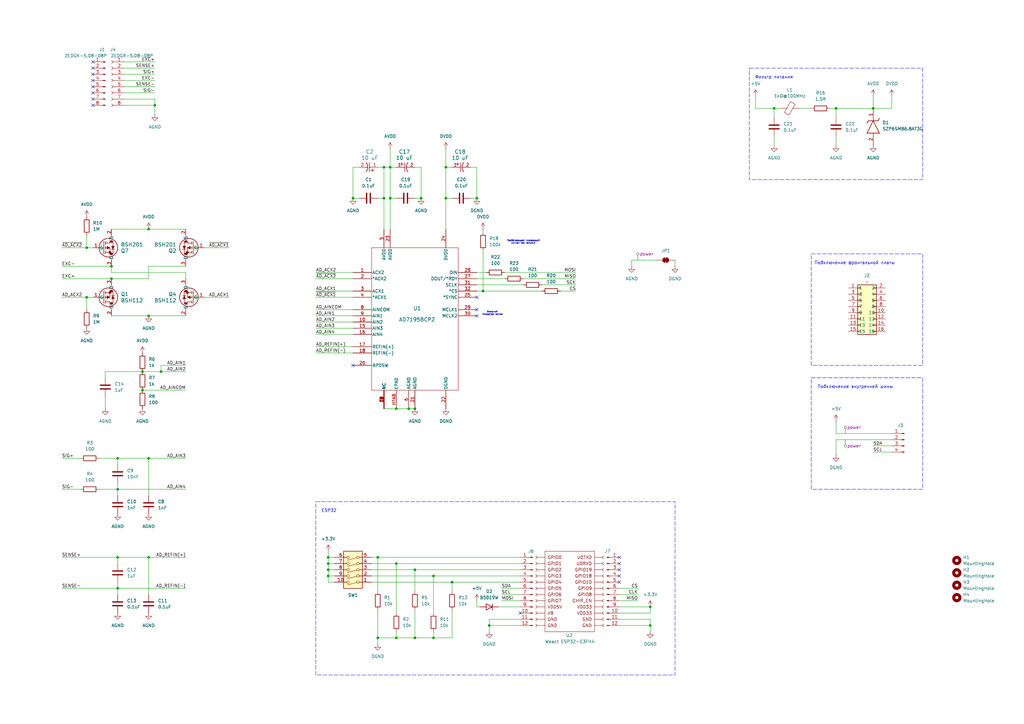
<source format=kicad_sch>
(kicad_sch (version 20231120) (generator "eeschema") (generator_version "8.0")
  (paper "A3")
  (junction (at 134.62 233.68))
  (junction (at 63.5 43.18))
  (junction (at 170.18 233.68))
  (junction (at 185.42 238.76))
  (junction (at 182.88 68.58))
  (junction (at 48.26 200.66))
  (junction (at 60.96 129.54))
  (junction (at 177.8 236.22))
  (junction (at 45.72 109.22))
  (junction (at 48.26 187.96))
  (junction (at 157.48 81.28))
  (junction (at 58.42 160.02))
  (junction (at 200.66 256.54))
  (junction (at 157.48 68.58))
  (junction (at 154.94 261.62))
  (junction (at 195.58 81.28))
  (junction (at 48.26 241.3))
  (junction (at 134.62 228.6))
  (junction (at 160.02 81.28))
  (junction (at 170.18 261.62))
  (junction (at 160.02 68.58))
  (junction (at 266.7 248.92))
  (junction (at 45.72 114.3))
  (junction (at 144.78 81.28))
  (junction (at 60.96 187.96))
  (junction (at 172.72 81.28))
  (junction (at 170.18 167.64))
  (junction (at 198.12 119.38))
  (junction (at 266.7 256.54))
  (junction (at 48.26 228.6))
  (junction (at 134.62 236.22))
  (junction (at 60.96 228.6))
  (junction (at 342.9 44.45))
  (junction (at 177.8 261.62))
  (junction (at 154.94 228.6))
  (junction (at 182.88 81.28))
  (junction (at 317.5 44.45))
  (junction (at 35.56 101.6))
  (junction (at 66.04 152.4))
  (junction (at 162.56 231.14))
  (junction (at 162.56 261.62))
  (junction (at 35.56 121.92))
  (junction (at 167.64 167.64))
  (junction (at 134.62 231.14))
  (junction (at 162.56 167.64))
  (junction (at 358.14 44.45))
  (junction (at 60.96 93.98))
  (junction (at 58.42 152.4))
  (no_connect (at 38.1 35.56))
  (no_connect (at 254 233.68))
  (no_connect (at 213.36 251.46))
  (no_connect (at 38.1 30.48))
  (no_connect (at 254 228.6))
  (no_connect (at 195.58 121.92))
  (no_connect (at 144.78 149.86))
  (no_connect (at 38.1 40.64))
  (no_connect (at 38.1 33.02))
  (no_connect (at 38.1 38.1))
  (no_connect (at 254 236.22))
  (no_connect (at 38.1 25.4))
  (no_connect (at 38.1 43.18))
  (no_connect (at 195.58 129.54))
  (no_connect (at 254 238.76))
  (no_connect (at 195.58 127))
  (no_connect (at 38.1 27.94))
  (no_connect (at 254 231.14))
  (wire (pts (xy 76.2 149.86) (xy 66.04 149.86)))
  (wire (pts (xy 170.18 81.28) (xy 172.72 81.28)))
  (wire (pts (xy 254 256.54) (xy 266.7 256.54)))
  (wire (pts (xy 365.76 44.45) (xy 358.14 44.45)))
  (wire (pts (xy 83.82 101.6) (xy 93.98 101.6)))
  (wire (pts (xy 137.16 231.14) (xy 134.62 231.14)))
  (wire (pts (xy 160.02 81.28) (xy 162.56 81.28)))
  (wire (pts (xy 157.48 68.58) (xy 160.02 68.58)))
  (wire (pts (xy 66.04 149.86) (xy 66.04 152.4)))
  (wire (pts (xy 182.88 81.28) (xy 182.88 93.98)))
  (wire (pts (xy 152.4 228.6) (xy 154.94 228.6)))
  (wire (pts (xy 60.96 109.22) (xy 76.2 109.22)))
  (wire (pts (xy 40.64 200.66) (xy 48.26 200.66)))
  (wire (pts (xy 154.94 250.19) (xy 154.94 261.62)))
  (wire (pts (xy 50.8 40.64) (xy 63.5 40.64)))
  (wire (pts (xy 254 251.46) (xy 266.7 251.46)))
  (wire (pts (xy 193.04 68.58) (xy 195.58 68.58)))
  (wire (pts (xy 134.62 228.6) (xy 134.62 231.14)))
  (wire (pts (xy 50.8 38.1) (xy 63.5 38.1)))
  (wire (pts (xy 129.54 144.78) (xy 144.78 144.78)))
  (wire (pts (xy 154.94 261.62) (xy 154.94 264.16)))
  (wire (pts (xy 200.66 256.54) (xy 213.36 256.54)))
  (wire (pts (xy 198.12 119.38) (xy 222.25 119.38)))
  (wire (pts (xy 254 246.38) (xy 261.62 246.38)))
  (wire (pts (xy 134.62 236.22) (xy 134.62 238.76)))
  (wire (pts (xy 154.94 81.28) (xy 157.48 81.28)))
  (wire (pts (xy 160.02 81.28) (xy 160.02 93.98)))
  (wire (pts (xy 254 243.84) (xy 261.62 243.84)))
  (wire (pts (xy 195.58 111.76) (xy 199.39 111.76)))
  (wire (pts (xy 207.01 111.76) (xy 236.22 111.76)))
  (wire (pts (xy 185.42 261.62) (xy 177.8 261.62)))
  (wire (pts (xy 170.18 261.62) (xy 162.56 261.62)))
  (wire (pts (xy 205.74 243.84) (xy 213.36 243.84)))
  (wire (pts (xy 48.26 241.3) (xy 76.2 241.3)))
  (wire (pts (xy 177.8 259.08) (xy 177.8 261.62)))
  (wire (pts (xy 160.02 60.96) (xy 160.02 68.58)))
  (wire (pts (xy 60.96 203.2) (xy 60.96 187.96)))
  (wire (pts (xy 154.94 228.6) (xy 213.36 228.6)))
  (wire (pts (xy 48.26 238.76) (xy 48.26 241.3)))
  (wire (pts (xy 58.42 152.4) (xy 66.04 152.4)))
  (wire (pts (xy 129.54 132.08) (xy 144.78 132.08)))
  (wire (pts (xy 48.26 200.66) (xy 48.26 198.12)))
  (wire (pts (xy 154.94 261.62) (xy 162.56 261.62)))
  (wire (pts (xy 66.04 152.4) (xy 76.2 152.4)))
  (wire (pts (xy 182.88 60.96) (xy 182.88 68.58)))
  (wire (pts (xy 60.96 228.6) (xy 60.96 243.84)))
  (wire (pts (xy 162.56 167.64) (xy 167.64 167.64)))
  (wire (pts (xy 152.4 231.14) (xy 162.56 231.14)))
  (wire (pts (xy 172.72 68.58) (xy 172.72 81.28)))
  (wire (pts (xy 266.7 254) (xy 266.7 256.54)))
  (wire (pts (xy 43.18 154.94) (xy 43.18 152.4)))
  (wire (pts (xy 342.9 177.8) (xy 365.76 177.8)))
  (wire (pts (xy 58.42 160.02) (xy 76.2 160.02)))
  (wire (pts (xy 50.8 27.94) (xy 63.5 27.94)))
  (wire (pts (xy 358.14 39.37) (xy 358.14 44.45)))
  (wire (pts (xy 160.02 68.58) (xy 160.02 81.28)))
  (wire (pts (xy 157.48 167.64) (xy 162.56 167.64)))
  (wire (pts (xy 48.26 200.66) (xy 48.26 203.2)))
  (wire (pts (xy 160.02 68.58) (xy 162.56 68.58)))
  (wire (pts (xy 48.26 228.6) (xy 48.26 231.14)))
  (wire (pts (xy 25.4 187.96) (xy 33.02 187.96)))
  (wire (pts (xy 152.4 236.22) (xy 177.8 236.22)))
  (wire (pts (xy 76.2 114.3) (xy 76.2 111.76)))
  (wire (pts (xy 327.66 44.45) (xy 332.74 44.45)))
  (wire (pts (xy 229.87 119.38) (xy 236.22 119.38)))
  (wire (pts (xy 195.58 114.3) (xy 207.01 114.3)))
  (wire (pts (xy 60.96 228.6) (xy 76.2 228.6)))
  (wire (pts (xy 60.96 187.96) (xy 48.26 187.96)))
  (wire (pts (xy 48.26 200.66) (xy 76.2 200.66)))
  (wire (pts (xy 162.56 231.14) (xy 213.36 231.14)))
  (wire (pts (xy 200.66 254) (xy 200.66 256.54)))
  (wire (pts (xy 358.14 185.42) (xy 365.76 185.42)))
  (wire (pts (xy 342.9 180.34) (xy 342.9 186.69)))
  (wire (pts (xy 48.26 187.96) (xy 48.26 190.5)))
  (wire (pts (xy 259.08 106.68) (xy 269.24 106.68)))
  (wire (pts (xy 204.47 248.92) (xy 213.36 248.92)))
  (wire (pts (xy 200.66 259.08) (xy 200.66 256.54)))
  (wire (pts (xy 157.48 68.58) (xy 157.48 81.28)))
  (wire (pts (xy 129.54 137.16) (xy 144.78 137.16)))
  (wire (pts (xy 170.18 68.58) (xy 172.72 68.58)))
  (wire (pts (xy 129.54 127) (xy 144.78 127)))
  (wire (pts (xy 25.4 109.22) (xy 45.72 109.22)))
  (wire (pts (xy 129.54 121.92) (xy 144.78 121.92)))
  (wire (pts (xy 205.74 241.3) (xy 213.36 241.3)))
  (wire (pts (xy 167.64 167.64) (xy 170.18 167.64)))
  (wire (pts (xy 25.4 200.66) (xy 33.02 200.66)))
  (wire (pts (xy 35.56 96.52) (xy 35.56 101.6)))
  (wire (pts (xy 45.72 114.3) (xy 60.96 114.3)))
  (wire (pts (xy 25.4 101.6) (xy 35.56 101.6)))
  (wire (pts (xy 170.18 233.68) (xy 213.36 233.68)))
  (wire (pts (xy 144.78 68.58) (xy 144.78 81.28)))
  (wire (pts (xy 157.48 81.28) (xy 157.48 93.98)))
  (wire (pts (xy 198.12 102.87) (xy 198.12 119.38)))
  (wire (pts (xy 134.62 231.14) (xy 134.62 233.68)))
  (wire (pts (xy 144.78 81.28) (xy 147.32 81.28)))
  (wire (pts (xy 43.18 162.56) (xy 43.18 167.64)))
  (wire (pts (xy 50.8 43.18) (xy 63.5 43.18)))
  (wire (pts (xy 48.26 228.6) (xy 60.96 228.6)))
  (wire (pts (xy 50.8 25.4) (xy 63.5 25.4)))
  (wire (pts (xy 40.64 187.96) (xy 48.26 187.96)))
  (wire (pts (xy 129.54 114.3) (xy 144.78 114.3)))
  (wire (pts (xy 129.54 129.54) (xy 144.78 129.54)))
  (wire (pts (xy 147.32 68.58) (xy 144.78 68.58)))
  (wire (pts (xy 182.88 68.58) (xy 182.88 81.28)))
  (wire (pts (xy 182.88 81.28) (xy 185.42 81.28)))
  (wire (pts (xy 50.8 35.56) (xy 63.5 35.56)))
  (wire (pts (xy 254 254) (xy 266.7 254)))
  (wire (pts (xy 205.74 246.38) (xy 213.36 246.38)))
  (wire (pts (xy 195.58 68.58) (xy 195.58 81.28)))
  (wire (pts (xy 177.8 236.22) (xy 177.8 251.46)))
  (wire (pts (xy 60.96 114.3) (xy 60.96 109.22)))
  (wire (pts (xy 170.18 233.68) (xy 170.18 242.57)))
  (wire (pts (xy 25.4 228.6) (xy 48.26 228.6)))
  (wire (pts (xy 25.4 241.3) (xy 48.26 241.3)))
  (wire (pts (xy 25.4 121.92) (xy 35.56 121.92)))
  (wire (pts (xy 266.7 251.46) (xy 266.7 248.92)))
  (wire (pts (xy 254 241.3) (xy 261.62 241.3)))
  (wire (pts (xy 254 248.92) (xy 266.7 248.92)))
  (wire (pts (xy 129.54 111.76) (xy 144.78 111.76)))
  (wire (pts (xy 129.54 119.38) (xy 144.78 119.38)))
  (wire (pts (xy 185.42 68.58) (xy 182.88 68.58)))
  (wire (pts (xy 214.63 114.3) (xy 236.22 114.3)))
  (wire (pts (xy 195.58 248.92) (xy 196.85 248.92)))
  (wire (pts (xy 309.88 39.37) (xy 309.88 44.45)))
  (wire (pts (xy 342.9 55.88) (xy 342.9 59.69)))
  (wire (pts (xy 170.18 250.19) (xy 170.18 261.62)))
  (wire (pts (xy 195.58 119.38) (xy 198.12 119.38)))
  (wire (pts (xy 185.42 238.76) (xy 185.42 242.57)))
  (wire (pts (xy 177.8 236.22) (xy 213.36 236.22)))
  (wire (pts (xy 309.88 44.45) (xy 317.5 44.45)))
  (wire (pts (xy 259.08 106.68) (xy 259.08 109.22)))
  (wire (pts (xy 63.5 40.64) (xy 63.5 43.18)))
  (wire (pts (xy 200.66 254) (xy 213.36 254)))
  (wire (pts (xy 129.54 134.62) (xy 144.78 134.62)))
  (wire (pts (xy 45.72 111.76) (xy 76.2 111.76)))
  (wire (pts (xy 342.9 44.45) (xy 358.14 44.45)))
  (wire (pts (xy 222.25 116.84) (xy 236.22 116.84)))
  (wire (pts (xy 266.7 256.54) (xy 266.7 259.08)))
  (wire (pts (xy 198.12 93.98) (xy 198.12 95.25)))
  (wire (pts (xy 154.94 68.58) (xy 157.48 68.58)))
  (wire (pts (xy 25.4 114.3) (xy 45.72 114.3)))
  (wire (pts (xy 35.56 121.92) (xy 35.56 127)))
  (wire (pts (xy 137.16 238.76) (xy 134.62 238.76)))
  (wire (pts (xy 137.16 233.68) (xy 134.62 233.68)))
  (wire (pts (xy 45.72 109.22) (xy 45.72 111.76)))
  (wire (pts (xy 83.82 121.92) (xy 93.98 121.92)))
  (wire (pts (xy 195.58 116.84) (xy 214.63 116.84)))
  (wire (pts (xy 185.42 238.76) (xy 213.36 238.76)))
  (wire (pts (xy 170.18 261.62) (xy 177.8 261.62)))
  (wire (pts (xy 358.14 182.88) (xy 365.76 182.88)))
  (wire (pts (xy 137.16 236.22) (xy 134.62 236.22)))
  (wire (pts (xy 342.9 177.8) (xy 342.9 172.72)))
  (wire (pts (xy 50.8 30.48) (xy 63.5 30.48)))
  (wire (pts (xy 134.62 226.06) (xy 134.62 228.6)))
  (wire (pts (xy 342.9 44.45) (xy 342.9 48.26)))
  (wire (pts (xy 195.58 248.92) (xy 195.58 246.38)))
  (wire (pts (xy 45.72 93.98) (xy 60.96 93.98)))
  (wire (pts (xy 60.96 93.98) (xy 76.2 93.98)))
  (wire (pts (xy 276.86 106.68) (xy 276.86 109.22)))
  (wire (pts (xy 35.56 121.92) (xy 38.1 121.92)))
  (wire (pts (xy 152.4 233.68) (xy 170.18 233.68)))
  (wire (pts (xy 185.42 250.19) (xy 185.42 261.62)))
  (wire (pts (xy 317.5 55.88) (xy 317.5 59.69)))
  (wire (pts (xy 317.5 44.45) (xy 317.5 48.26)))
  (wire (pts (xy 340.36 44.45) (xy 342.9 44.45)))
  (wire (pts (xy 60.96 129.54) (xy 76.2 129.54)))
  (wire (pts (xy 134.62 233.68) (xy 134.62 236.22)))
  (wire (pts (xy 63.5 43.18) (xy 63.5 46.99)))
  (wire (pts (xy 154.94 228.6) (xy 154.94 242.57)))
  (wire (pts (xy 43.18 152.4) (xy 58.42 152.4)))
  (wire (pts (xy 342.9 180.34) (xy 365.76 180.34)))
  (wire (pts (xy 162.56 231.14) (xy 162.56 251.46)))
  (wire (pts (xy 365.76 39.37) (xy 365.76 44.45)))
  (wire (pts (xy 50.8 33.02) (xy 63.5 33.02)))
  (wire (pts (xy 320.04 44.45) (xy 317.5 44.45)))
  (wire (pts (xy 137.16 228.6) (xy 134.62 228.6)))
  (wire (pts (xy 129.54 142.24) (xy 144.78 142.24)))
  (wire (pts (xy 60.96 187.96) (xy 76.2 187.96)))
  (wire (pts (xy 152.4 238.76) (xy 185.42 238.76)))
  (wire (pts (xy 35.56 101.6) (xy 38.1 101.6)))
  (wire (pts (xy 193.04 81.28) (xy 195.58 81.28)))
  (wire (pts (xy 162.56 259.08) (xy 162.56 261.62)))
  (wire (pts (xy 45.72 129.54) (xy 60.96 129.54)))
  (wire (pts (xy 48.26 241.3) (xy 48.26 243.84)))
  (rectangle (start 332.74 154.94) (end 378.46 200.66) (stroke (width 0) (type dash)))
  (rectangle (start 332.74 104.14) (end 378.46 149.86) (stroke (width 0) (type dash)))
  (rectangle (start 129.54 205.74) (end 276.86 276.86) (stroke (width 0) (type dash)))
  (rectangle (start 307.34 27.94) (end 378.46 73.66) (stroke (width 0) (type dash)))
  (text_box "Внешний генератор тактов" (at 196.85 125.73 0) (size 10.16 5.08) (stroke (width -0.0001)) (effects (font (size 0.635 0.635))))
  (text_box "Предотвращает плавающий сигнал при запуске" (at 205.74 96.52 0) (size 17.78 5.08) (stroke (width -0.0001)) (effects (font (size 0.635 0.635))))
  (text "ESP32" (at 131.826 209.55 0) (effects (font (size 1.27 1.27)) (justify left)))
  (text "Подключение фронтальной платы" (at 350.52 107.95 0) (effects (font (size 1.27 1.27))))
  (text "Подключение внутренней шины" (at 350.774 158.75 0) (effects (font (size 1.27 1.27))))
  (text "Фильтр питания" (at 317.5 31.75 0) (effects (font (size 1.27 1.27))))
  (label "MISO" (at 261.62 246.38 180))
  (label "MOSI" (at 205.74 246.38 0))
  (label "CS" (at 261.62 241.3 180))
  (label "SCL" (at 205.74 243.84 0))
  (label "SENSE+" (at 63.5 27.94 180))
  (label "SIG-" (at 25.4 200.66 0))
  (label "~{AD_ACX1}" (at 129.54 121.92 0))
  (label "AD_ACX2" (at 25.4 121.92 0))
  (label "EXC+" (at 25.4 114.3 0))
  (label "SENSE-" (at 63.5 35.56 180))
  (label "SIG+" (at 63.5 30.48 180))
  (label "AD_REFIN(+)" (at 129.54 142.24 0))
  (label "AD_AIN2" (at 129.54 132.08 0))
  (label "AD_ACX1" (at 129.54 119.38 0))
  (label "CLK" (at 261.62 243.84 180))
  (label "~{AD_ACX2}" (at 25.4 101.6 0))
  (label "AD_ACX2" (at 129.54 111.76 0))
  (label "SIG-" (at 63.5 38.1 180))
  (label "SCL" (at 358.14 185.42 0))
  (label "EXC+" (at 63.5 25.4 180))
  (label "MOSI" (at 236.22 111.76 180))
  (label "AD_AIN2" (at 76.2 152.4 180))
  (label "AD_AINCOM" (at 129.54 127 0))
  (label "AD_AIN4" (at 76.2 200.66 180))
  (label "AD_AINCOM" (at 76.2 160.02 180))
  (label "AD_AIN3" (at 129.54 134.62 0))
  (label "AD_AIN1" (at 129.54 129.54 0))
  (label "SDA" (at 358.14 182.88 0))
  (label "MISO" (at 236.22 114.3 180))
  (label "AD_AIN4" (at 129.54 137.16 0))
  (label "AD_AIN1" (at 76.2 149.86 180))
  (label "AD_REFIN(+)" (at 76.2 228.6 180))
  (label "SCK" (at 236.22 116.84 180))
  (label "AD_AIN3" (at 76.2 187.96 180))
  (label "SENSE-" (at 25.4 241.3 0))
  (label "EXC-" (at 63.5 33.02 180))
  (label "SIG+" (at 25.4 187.96 0))
  (label "CS" (at 236.22 119.38 180))
  (label "AD_ACX1" (at 93.98 121.92 180))
  (label "~{AD_ACX1}" (at 93.98 101.6 180))
  (label "SDA" (at 205.74 241.3 0))
  (label "AD_REFIN(-)" (at 76.2 241.3 180))
  (label "AD_REFIN(-)" (at 129.54 144.78 0))
  (label "SENSE+" (at 25.4 228.6 0))
  (label "~{AD_ACX2}" (at 129.54 114.3 0))
  (label "EXC-" (at 25.4 109.22 0))
  (netclass_flag "" (length 2.54) (shape round) (at 346.71 180.34 180) (property "Netclass" "power" (at 347.4085 182.88 0) (effects (font (italic yes)) (justify left))))
  (netclass_flag "" (length 2.54) (shape round) (at 346.71 177.8 0) (property "Netclass" "power" (at 347.4085 175.26 0) (effects (font (italic yes)) (justify left))))
  (netclass_flag "" (length 2.54) (shape round) (at 261.62 106.68 0) (property "Netclass" "power" (at 262.3185 104.14 0) (effects (font (italic yes)) (justify left))))
  (symbol (lib_id "kicad_inventree_lib:R_100_1206_1%") (at 36.83 187.96 90) (unit 1)
    (property "Reference" "R3" (at 36.83 181.61 90))
    (property "Value" "100" (at 36.83 184.15 90))
    (property "Footprint" "Resistor_SMD:R_1206_3216Metric_Pad1.30x1.75mm_HandSolder" (effects (hide yes)))
    (property "Datasheet" "http://inventree.network/part/61/" (effects (hide yes)))
    (property "Description" "Resistor" (effects (hide yes)))
    (property "NextPCB_price" "0.00169" (effects (hide yes)))
    (property "NextPCB_url" "https://www.hqonline.com/product-detail/chip-resistors-fojan-frc1206f3301ts-2500354421" (effects (hide yes)))
    (property "part_ipn" "R_100_1206_1%" (effects (hide yes)))
  )
  (symbol (lib_id "power:GND") (at 266.7 259.08 0) (unit 1)
    (property "Reference" "#PWR035" (effects (hide yes)))
    (property "Value" "DGND" (at 266.7 264.16 0))
    (property "Description" "Power symbol creates a global label with name \"GND\" , ground" (effects (hide yes)))
  )
  (symbol (lib_id "power:GND") (at 182.88 167.64 0) (unit 1)
    (property "Reference" "#PWR04" (effects (hide yes)))
    (property "Value" "DGND" (at 182.88 172.72 0))
    (property "Description" "Power symbol creates a global label with name \"GND\" , ground" (effects (hide yes)))
  )
  (symbol (lib_id "kicad_inventree_lib:R_1M_1206_1%") (at 35.56 130.81 0) (unit 1)
    (property "Reference" "R9" (at 38.1 129.5399 0) (effects (justify left)))
    (property "Value" "1M" (at 38.1 132.0799 0) (effects (justify left)))
    (property "Footprint" "Resistor_SMD:R_1206_3216Metric_Pad1.30x1.75mm_HandSolder" (effects (hide yes)))
    (property "Datasheet" "http://inventree.network/part/89/" (effects (hide yes)))
    (property "Description" "Resistor" (effects (hide yes)))
    (property "part_ipn" "R_1M_1206_1%" (effects (hide yes)))
  )
  (symbol (lib_id "power:GND") (at 144.78 81.28 0) (unit 1)
    (property "Reference" "#PWR011" (effects (hide yes)))
    (property "Value" "AGND" (at 144.78 86.36 0))
    (property "Description" "Power symbol creates a global label with name \"GND\" , ground" (effects (hide yes)))
  )
  (symbol (lib_id "power:GND") (at 200.66 259.08 0) (unit 1)
    (property "Reference" "#PWR033" (effects (hide yes)))
    (property "Value" "DGND" (at 200.66 264.16 0))
    (property "Description" "Power symbol creates a global label with name \"GND\" , ground" (effects (hide yes)))
  )
  (symbol (lib_id "kicad_inventree_lib:R_100_1206_1%") (at 58.42 163.83 0) (unit 1)
    (property "Reference" "R8" (at 60.96 162.5599 0) (effects (justify left)))
    (property "Value" "100" (at 60.96 165.0999 0) (effects (justify left)))
    (property "Footprint" "Resistor_SMD:R_1206_3216Metric_Pad1.30x1.75mm_HandSolder" (effects (hide yes)))
    (property "Datasheet" "http://inventree.network/part/61/" (effects (hide yes)))
    (property "Description" "Resistor" (effects (hide yes)))
    (property "NextPCB_price" "0.00169" (effects (hide yes)))
    (property "NextPCB_url" "https://www.hqonline.com/product-detail/chip-resistors-fojan-frc1206f3301ts-2500354421" (effects (hide yes)))
    (property "part_ipn" "R_100_1206_1%" (effects (hide yes)))
  )
  (symbol (lib_id "kicad_inventree_lib:C_100nF_1206") (at 60.96 247.65 180) (unit 1)
    (property "Reference" "C11" (at 64.77 246.3799 0) (effects (justify right)))
    (property "Value" "0.1uF" (at 64.77 248.9199 0) (effects (justify right)))
    (property "Footprint" "Capacitor_SMD:C_1206_3216Metric_Pad1.33x1.80mm_HandSolder" (effects (hide yes)))
    (property "Datasheet" "http://inventree.network/part/44/" (effects (hide yes)))
    (property "Description" "Unpolarized capacitor" (effects (hide yes)))
    (property "part_ipn" "C_100nF_1206" (effects (hide yes)))
  )
  (symbol (lib_id "power:GND") (at 259.08 109.22 0) (unit 1)
    (property "Reference" "#PWR010" (effects (hide yes)))
    (property "Value" "AGND" (at 259.08 114.3 0))
    (property "Description" "Power symbol creates a global label with name \"GND\" , ground" (effects (hide yes)))
  )
  (symbol (lib_id "power:+5V") (at 198.12 93.98 0) (unit 1)
    (property "Reference" "#PWR06" (effects (hide yes)))
    (property "Value" "DVDD" (at 198.12 88.9 0))
    (property "Description" "Power symbol creates a global label with name \"+5V\"" (effects (hide yes)))
  )
  (symbol (lib_id "Mechanical:MountingHole") (at 392.43 240.03 0) (unit 1) (exclude_from_sim yes) (in_bom no)
    (property "Reference" "H3" (at 394.97 238.7599 0) (effects (justify left)))
    (property "Value" "MountingHole" (at 394.97 241.2999 0) (effects (justify left)))
    (property "Footprint" "MountingHole:MountingHole_3.2mm_M3" (effects (hide yes)))
    (property "Description" "Mounting Hole without connection" (effects (hide yes)))
  )
  (symbol (lib_id "kicad_inventree_lib:Weact ESP32-C3FH4") (at 233.68 223.52 0) (unit 1)
    (property "Reference" "U2" (at 232.156 260.604 0) (effects (justify left)))
    (property "Value" "Weact ESP32-C3FH4" (at 223.52 263.144 0) (effects (justify left)))
    (property "Footprint" "kicad_inventree_lib:Weact ESP32-C3FH4" (effects (hide yes)))
    (property "Datasheet" "http://inventree.network/part/49/" (effects (hide yes)))
    (property "Description" "Микроконтроллер Weact ESP32-C3" (effects (hide yes)))
    (property "NextPCB_price" "3.5" (effects (hide yes)))
    (property "NextPCB_url" "https://aliexpress.ru/item/1005004960064227.html?sku_id=12000037047175289&spm=a2g2w.stores.seller_list.26.735f3604TtTEtI" (effects (hide yes)))
    (property "part_ipn" "Weact ESP32-C3FH4" (effects (hide yes)))
  )
  (symbol (lib_id "kicad_inventree_lib:TAJA106M016RNJ") (at 162.56 68.58 0) (unit 1)
    (property "Reference" "C17" (at 165.8874 62.23 0) (effects (font (size 1.524 1.524))))
    (property "Value" "10 uF" (at 165.8874 64.77 0) (effects (font (size 1.524 1.524))))
    (property "Footprint" "kicad_inventree_lib:TAJA_AVX-M" (effects (hide yes)))
    (property "Datasheet" "TAJA106M016RNJ" (effects (hide yes)))
    (property "Description" "10uF 16V 3Ω@100kHz ±20% CASE-A-3216-18(mm) Tantalum Capacitors" (effects (hide yes)))
    (property "part_ipn" "TAJA106M016RNJ" (effects (hide yes)))
  )
  (symbol (lib_id "kicad_inventree_lib:C_100nF_1206") (at 48.26 247.65 180) (unit 1)
    (property "Reference" "C13" (at 52.07 246.3799 0) (effects (justify right)))
    (property "Value" "0.1uF" (at 52.07 248.9199 0) (effects (justify right)))
    (property "Footprint" "Capacitor_SMD:C_1206_3216Metric_Pad1.33x1.80mm_HandSolder" (effects (hide yes)))
    (property "Datasheet" "http://inventree.network/part/44/" (effects (hide yes)))
    (property "Description" "Unpolarized capacitor" (effects (hide yes)))
    (property "part_ipn" "C_100nF_1206" (effects (hide yes)))
  )
  (symbol (lib_id "kicad_inventree_lib:C_100nF_1206") (at 151.13 81.28 90) (unit 1)
    (property "Reference" "C1" (at 151.13 73.66 90))
    (property "Value" "0.1uF" (at 151.13 76.2 90))
    (property "Footprint" "Capacitor_SMD:C_1206_3216Metric_Pad1.33x1.80mm_HandSolder" (effects (hide yes)))
    (property "Datasheet" "http://inventree.network/part/44/" (effects (hide yes)))
    (property "Description" "Unpolarized capacitor" (effects (hide yes)))
    (property "part_ipn" "C_100nF_1206" (effects (hide yes)))
  )
  (symbol (lib_id "kicad_inventree_lib:R_100_1206_1%") (at 210.82 114.3 90) (unit 1)
    (property "Reference" "R23" (at 210.82 107.95 90))
    (property "Value" "100" (at 210.82 110.49 90))
    (property "Footprint" "Resistor_SMD:R_1206_3216Metric_Pad1.30x1.75mm_HandSolder" (effects (hide yes)))
    (property "Datasheet" "http://inventree.network/part/61/" (effects (hide yes)))
    (property "Description" "Resistor" (effects (hide yes)))
    (property "NextPCB_price" "0.00169" (effects (hide yes)))
    (property "NextPCB_url" "https://www.hqonline.com/product-detail/chip-resistors-fojan-frc1206f3301ts-2500354421" (effects (hide yes)))
    (property "part_ipn" "R_100_1206_1%" (effects (hide yes)))
  )
  (symbol (lib_id "power:+5V") (at 195.58 246.38 0) (unit 1)
    (property "Reference" "#PWR032" (effects (hide yes)))
    (property "Value" "+5V" (at 195.58 241.3 0))
    (property "Description" "Power symbol creates a global label with name \"+5V\"" (effects (hide yes)))
  )
  (symbol (lib_id "kicad_inventree_lib:AD7195BCPZ") (at 144.78 106.68 0) (unit 1)
    (property "Reference" "U1" (at 169.418 126.492 0) (effects (font (size 1.524 1.524)) (justify left)))
    (property "Value" "AD7195BCPZ" (at 163.576 131.064 0) (effects (font (size 1.524 1.524)) (justify left)))
    (property "Footprint" "kicad_inventree_lib:AD7195BCPZ" (effects (hide yes)))
    (property "Datasheet" "http://inventree.network/part/84/" (effects (hide yes)))
    (property "part_ipn" "AD7195BCPZ" (effects (hide yes)))
  )
  (symbol (lib_id "power:GND") (at 317.5 59.69 0) (unit 1)
    (property "Reference" "#PWR026" (effects (hide yes)))
    (property "Value" "AGND" (at 317.5 64.77 0))
    (property "Description" "Power symbol creates a global label with name \"GND\" , ground" (effects (hide yes)))
  )
  (symbol (lib_id "power:+5V") (at 365.76 39.37 0) (unit 1)
    (property "Reference" "#PWR036" (effects (hide yes)))
    (property "Value" "DVDD" (at 365.76 34.29 0))
    (property "Description" "Power symbol creates a global label with name \"+5V\"" (effects (hide yes)))
  )
  (symbol (lib_id "kicad_inventree_lib:R_100_1206_1%") (at 203.2 111.76 90) (unit 1)
    (property "Reference" "R22" (at 203.2 105.41 90))
    (property "Value" "100" (at 203.2 107.95 90))
    (property "Footprint" "Resistor_SMD:R_1206_3216Metric_Pad1.30x1.75mm_HandSolder" (effects (hide yes)))
    (property "Datasheet" "http://inventree.network/part/61/" (effects (hide yes)))
    (property "Description" "Resistor" (effects (hide yes)))
    (property "NextPCB_price" "0.00169" (effects (hide yes)))
    (property "NextPCB_url" "https://www.hqonline.com/product-detail/chip-resistors-fojan-frc1206f3301ts-2500354421" (effects (hide yes)))
    (property "part_ipn" "R_100_1206_1%" (effects (hide yes)))
  )
  (symbol (lib_id "kicad_inventree_lib:R_10k_1206_1%") (at 162.56 255.27 180) (unit 1)
    (property "Reference" "R2" (at 165.1 253.9999 0) (effects (justify right)))
    (property "Value" "10k" (at 165.1 256.5399 0) (effects (justify right)))
    (property "Footprint" "Resistor_SMD:R_1206_3216Metric_Pad1.30x1.75mm_HandSolder" (effects (hide yes)))
    (property "Datasheet" "http://inventree.network/part/26/" (effects (hide yes)))
    (property "Description" "Resistor" (effects (hide yes)))
    (property "NextPCB_price" "0.00169" (effects (hide yes)))
    (property "NextPCB_url" "https://www.hqonline.com/product-detail/chip-resistors-fojan-frc1206f3301ts-2500354421" (effects (hide yes)))
    (property "part_ipn" "R_10k_1206_1%" (effects (hide yes)))
  )
  (symbol (lib_id "power:GND") (at 35.56 134.62 0) (unit 1)
    (property "Reference" "#PWR014" (effects (hide yes)))
    (property "Value" "AGND" (at 35.56 139.7 0))
    (property "Description" "Power symbol creates a global label with name \"GND\" , ground" (effects (hide yes)))
  )
  (symbol (lib_id "kicad_inventree_lib:R_10k_1206_1%") (at 185.42 246.38 180) (unit 1)
    (property "Reference" "R12" (at 187.96 245.1099 0) (effects (justify right)))
    (property "Value" "10k" (at 187.96 247.6499 0) (effects (justify right)))
    (property "Footprint" "Resistor_SMD:R_1206_3216Metric_Pad1.30x1.75mm_HandSolder" (effects (hide yes)))
    (property "Datasheet" "http://inventree.network/part/26/" (effects (hide yes)))
    (property "Description" "Resistor" (effects (hide yes)))
    (property "NextPCB_price" "0.00169" (effects (hide yes)))
    (property "NextPCB_url" "https://www.hqonline.com/product-detail/chip-resistors-fojan-frc1206f3301ts-2500354421" (effects (hide yes)))
    (property "part_ipn" "R_10k_1206_1%" (effects (hide yes)))
  )
  (symbol (lib_id "kicad_inventree_lib:PinHeader_01x12_P2.54_THT_straight") (at 218.44 241.3 0) (mirror y) (unit 1)
    (property "Reference" "J6" (at 217.805 226.06 0))
    (property "Value" "PinHeader_01x12_P2.54_THT_straight" (effects (hide yes)))
    (property "Footprint" "Connector_PinHeader_2.54mm:PinHeader_1x12_P2.54mm_Vertical" (effects (hide yes)))
    (property "Datasheet" "http://inventree.network/part/31/" (effects (hide yes)))
    (property "Description" "Generic connector, single row, 01x12, script generated" (effects (hide yes)))
    (property "NextPCB_price" "0.32886" (effects (hide yes)))
    (property "NextPCB_url" "https://www.hqonline.com/product-detail/pin-headers-boomele-2-54-1-40pyuanzhen-2500377919" (effects (hide yes)))
    (property "part_ipn" "PinHeader_01x12_P2.54_THT_straight" (effects (hide yes)))
  )
  (symbol (lib_id "power:GND") (at 48.26 251.46 0) (unit 1)
    (property "Reference" "#PWR017" (effects (hide yes)))
    (property "Value" "AGND" (at 48.26 256.54 0))
    (property "Description" "Power symbol creates a global label with name \"GND\" , ground" (effects (hide yes)))
  )
  (symbol (lib_id "kicad_inventree_lib:R_100_1206_1%") (at 226.06 119.38 90) (unit 1)
    (property "Reference" "R20" (at 226.06 113.03 90))
    (property "Value" "100" (at 226.06 115.57 90))
    (property "Footprint" "Resistor_SMD:R_1206_3216Metric_Pad1.30x1.75mm_HandSolder" (effects (hide yes)))
    (property "Datasheet" "http://inventree.network/part/61/" (effects (hide yes)))
    (property "Description" "Resistor" (effects (hide yes)))
    (property "NextPCB_price" "0.00169" (effects (hide yes)))
    (property "NextPCB_url" "https://www.hqonline.com/product-detail/chip-resistors-fojan-frc1206f3301ts-2500354421" (effects (hide yes)))
    (property "part_ipn" "R_100_1206_1%" (effects (hide yes)))
  )
  (symbol (lib_id "power:GND") (at 342.9 59.69 0) (unit 1)
    (property "Reference" "#PWR025" (effects (hide yes)))
    (property "Value" "AGND" (at 342.9 64.77 0))
    (property "Description" "Power symbol creates a global label with name \"GND\" , ground" (effects (hide yes)))
  )
  (symbol (lib_id "power:GND") (at 63.5 46.99 0) (unit 1)
    (property "Reference" "#PWR01" (effects (hide yes)))
    (property "Value" "AGND" (at 63.5 52.07 0))
    (property "Description" "Power symbol creates a global label with name \"GND\" , ground" (effects (hide yes)))
  )
  (symbol (lib_id "kicad_inventree_lib:C_1nF_1206") (at 60.96 207.01 0) (unit 1)
    (property "Reference" "C8" (at 64.77 205.7399 0) (effects (justify left)))
    (property "Value" "1nF" (at 64.77 208.2799 0) (effects (justify left)))
    (property "Footprint" "Capacitor_SMD:C_1206_3216Metric_Pad1.33x1.80mm_HandSolder" (effects (hide yes)))
    (property "Datasheet" "http://inventree.network/part/44/" (effects (hide yes)))
    (property "Description" "Unpolarized capacitor" (effects (hide yes)))
    (property "part_ipn" "C_1nF_1206" (effects (hide yes)))
  )
  (symbol (lib_id "kicad_inventree_lib:R_10k_1206_1%") (at 177.8 255.27 180) (unit 1)
    (property "Reference" "R11" (at 180.34 253.9999 0) (effects (justify right)))
    (property "Value" "10k" (at 180.34 256.5399 0) (effects (justify right)))
    (property "Footprint" "Resistor_SMD:R_1206_3216Metric_Pad1.30x1.75mm_HandSolder" (effects (hide yes)))
    (property "Datasheet" "http://inventree.network/part/26/" (effects (hide yes)))
    (property "Description" "Resistor" (effects (hide yes)))
    (property "NextPCB_price" "0.00169" (effects (hide yes)))
    (property "NextPCB_url" "https://www.hqonline.com/product-detail/chip-resistors-fojan-frc1206f3301ts-2500354421" (effects (hide yes)))
    (property "part_ipn" "R_10k_1206_1%" (effects (hide yes)))
  )
  (symbol (lib_id "kicad_inventree_lib:R_1M_1206_1%") (at 35.56 92.71 0) (unit 1)
    (property "Reference" "R10" (at 38.1 91.4399 0) (effects (justify left)))
    (property "Value" "1M" (at 38.1 93.9799 0) (effects (justify left)))
    (property "Footprint" "Resistor_SMD:R_1206_3216Metric_Pad1.30x1.75mm_HandSolder" (effects (hide yes)))
    (property "Datasheet" "http://inventree.network/part/89/" (effects (hide yes)))
    (property "Description" "Resistor" (effects (hide yes)))
    (property "part_ipn" "R_1M_1206_1%" (effects (hide yes)))
  )
  (symbol (lib_id "kicad_inventree_lib:C_100nF_1206") (at 189.23 81.28 90) (unit 1)
    (property "Reference" "C20" (at 189.23 73.66 90))
    (property "Value" "0.1uF" (at 189.23 76.2 90))
    (property "Footprint" "Capacitor_SMD:C_1206_3216Metric_Pad1.33x1.80mm_HandSolder" (effects (hide yes)))
    (property "Datasheet" "http://inventree.network/part/44/" (effects (hide yes)))
    (property "Description" "Unpolarized capacitor" (effects (hide yes)))
    (property "part_ipn" "C_100nF_1206" (effects (hide yes)))
  )
  (symbol (lib_id "kicad_inventree_lib:SZP6SMB6.8AT3G") (at 358.14 44.45 270) (unit 1)
    (property "Reference" "D1" (at 361.95 50.2919 90) (effects (justify left)))
    (property "Value" "SZP6SMB6.8AT3G" (at 361.95 52.8319 90) (effects (justify left)))
    (property "Footprint" "kicad_inventree_lib:DIOM5436X247N" (effects (hide yes)))
    (property "Datasheet" "http://inventree.network/part/91/" (effects (hide yes)))
    (property "Description" "10.5V Clamp 57A Ipp Tvs Diode Surface Mount SMB" (effects (hide yes)))
    (property "Height" "2.47" (effects (hide yes)))
    (property "Manufacturer_Name" "LITTELFUSE" (effects (hide yes)))
    (property "Manufacturer_Part_Number" "SZP6SMB6.8AT3G" (effects (hide yes)))
    (property "Mouser Part Number" "863-SZP6SMB6.8AT3G" (effects (hide yes)))
    (property "Mouser Price/Stock" "https://www.mouser.co.uk/ProductDetail/Littelfuse/SZP6SMB6.8AT3G?qs=sK5eIuwOod5Hrxw0lzAaZQ%3D%3D" (effects (hide yes)))
    (property "Arrow Part Number" "SZP6SMB6.8AT3G" (effects (hide yes)))
    (property "Arrow Price/Stock" "https://www.arrow.com/en/products/szp6smb6.8at3g/littelfuse?region=europe" (effects (hide yes)))
    (property "part_ipn" "SZP6SMB6.8AT3G" (effects (hide yes)))
  )
  (symbol (lib_id "power:GND") (at 48.26 210.82 0) (unit 1)
    (property "Reference" "#PWR021" (effects (hide yes)))
    (property "Value" "AGND" (at 48.26 215.9 0))
    (property "Description" "Power symbol creates a global label with name \"GND\" , ground" (effects (hide yes)))
  )
  (symbol (lib_id "kicad_inventree_lib:C_1uF_1206") (at 43.18 158.75 0) (unit 1)
    (property "Reference" "C14" (at 46.99 157.4799 0) (effects (justify left)))
    (property "Value" "1uF" (at 46.99 160.0199 0) (effects (justify left)))
    (property "Footprint" "Capacitor_SMD:C_1206_3216Metric_Pad1.33x1.80mm_HandSolder" (effects (hide yes)))
    (property "Datasheet" "http://inventree.network/part/44/" (effects (hide yes)))
    (property "Description" "Unpolarized capacitor" (effects (hide yes)))
    (property "part_ipn" "C_1uF_1206" (effects (hide yes)))
  )
  (symbol (lib_id "kicad_inventree_lib:FB_300mΩ_1kΩ@100MHz_1206") (at 323.85 44.45 270) (unit 1)
    (property "Reference" "L1" (at 323.9008 36.83 90))
    (property "Value" "1kΩ@100MHz" (at 323.9008 39.37 90))
    (property "Footprint" "Inductor_SMD:L_1206_3216Metric_Pad1.42x1.75mm_HandSolder" (effects (hide yes)))
    (property "Datasheet" "http://inventree.network/part/93/" (effects (hide yes)))
    (property "Description" "Ferrite bead" (effects (hide yes)))
    (property "part_ipn" "FB_300mΩ_1kΩ@100MHz_1206" (effects (hide yes)))
  )
  (symbol (lib_id "power:+3.3V") (at 134.62 226.06 0) (unit 1)
    (property "Reference" "#PWR030" (effects (hide yes)))
    (property "Value" "+3.3V" (at 134.62 220.98 0))
    (property "Description" "Power symbol creates a global label with name \"+3.3V\"" (effects (hide yes)))
  )
  (symbol (lib_id "kicad_inventree_lib:BSH112") (at 38.1 121.92 0) (unit 1)
    (property "Reference" "Q1" (at 49.53 120.6499 0) (effects (font (size 1.524 1.524)) (justify left)))
    (property "Value" "BSH112" (at 49.53 123.1899 0) (effects (font (size 1.524 1.524)) (justify left)))
    (property "Footprint" "kicad_inventree_lib:SOT23_NEX-M" (effects (hide yes)))
    (property "Datasheet" "http://inventree.network/part/88/" (effects (hide yes)))
    (property "part_ipn" "BSH112" (effects (hide yes)))
  )
  (symbol (lib_id "power:+5V") (at 358.14 39.37 0) (unit 1)
    (property "Reference" "#PWR023" (effects (hide yes)))
    (property "Value" "AVDD" (at 358.14 34.29 0))
    (property "Description" "Power symbol creates a global label with name \"+5V\"" (effects (hide yes)))
  )
  (symbol (lib_id "kicad_inventree_lib:PinHeader P2.54 01x04 THT Angle") (at 370.84 180.34 0) (mirror y) (unit 1)
    (property "Reference" "J3" (at 369.316 174.498 0))
    (property "Value" "Conn_01x04_Pin" (effects (hide yes)))
    (property "Footprint" "Connector_PinHeader_2.54mm:PinHeader_1x04_P2.54mm_Horizontal" (effects (hide yes)))
    (property "Datasheet" "http://inventree.network/part/9/" (effects (hide yes)))
    (property "Description" "Generic connector, single row, 01x04, script generated" (effects (hide yes)))
    (property "part_ipn" "PinHeader P2.54 01x04 THT Angle" (effects (hide yes)))
  )
  (symbol (lib_id "kicad_inventree_lib:R_10k_1206_1%") (at 154.94 246.38 180) (unit 1)
    (property "Reference" "R1" (at 157.48 245.1099 0) (effects (justify right)))
    (property "Value" "10k" (at 157.48 247.6499 0) (effects (justify right)))
    (property "Footprint" "Resistor_SMD:R_1206_3216Metric_Pad1.30x1.75mm_HandSolder" (effects (hide yes)))
    (property "Datasheet" "http://inventree.network/part/26/" (effects (hide yes)))
    (property "Description" "Resistor" (effects (hide yes)))
    (property "NextPCB_price" "0.00169" (effects (hide yes)))
    (property "NextPCB_url" "https://www.hqonline.com/product-detail/chip-resistors-fojan-frc1206f3301ts-2500354421" (effects (hide yes)))
    (property "part_ipn" "R_10k_1206_1%" (effects (hide yes)))
  )
  (symbol (lib_id "kicad_inventree_lib:Degson_2EDGK-5.08-08P") (at 40.64 25.4 0) (mirror y) (unit 1) (on_board no)
    (property "Reference" "J1" (at 40.64 20.32 0) (effects (justify right)))
    (property "Value" "2EDGK-5.08-08P" (at 26.416 22.86 0) (effects (justify right)))
    (property "Datasheet" "http://inventree.network/part/97/" (effects (hide yes)))
    (property "Description" "Generic connector, single row, 01x02, script generated" (effects (hide yes)))
    (property "part_ipn" "2EDGK-5.08-08P" (effects (hide yes)))
  )
  (symbol (lib_id "power:GND") (at 172.72 81.28 0) (unit 1)
    (property "Reference" "#PWR07" (effects (hide yes)))
    (property "Value" "AGND" (at 172.72 86.36 0))
    (property "Description" "Power symbol creates a global label with name \"GND\" , ground" (effects (hide yes)))
  )
  (symbol (lib_id "power:GND") (at 358.14 59.69 0) (unit 1)
    (property "Reference" "#PWR024" (effects (hide yes)))
    (property "Value" "AGND" (at 358.14 64.77 0))
    (property "Description" "Power symbol creates a global label with name \"GND\" , ground" (effects (hide yes)))
  )
  (symbol (lib_id "power:GND") (at 43.18 167.64 0) (unit 1)
    (property "Reference" "#PWR020" (effects (hide yes)))
    (property "Value" "AGND" (at 43.18 172.72 0))
    (property "Description" "Power symbol creates a global label with name \"GND\" , ground" (effects (hide yes)))
  )
  (symbol (lib_id "power:+5V") (at 342.9 172.72 0) (unit 1)
    (property "Reference" "#PWR028" (effects (hide yes)))
    (property "Value" "+5V" (at 342.9 167.64 0))
    (property "Description" "Power symbol creates a global label with name \"+5V\"" (effects (hide yes)))
  )
  (symbol (lib_id "kicad_inventree_lib:R_1.5R_1206_1%") (at 336.55 44.45 90) (unit 1)
    (property "Reference" "R16" (at 336.55 38.1 90))
    (property "Value" "1.5R" (at 336.55 40.64 90))
    (property "Footprint" "Resistor_SMD:R_1206_3216Metric_Pad1.30x1.75mm_HandSolder" (effects (hide yes)))
    (property "Datasheet" "http://inventree.network/part/92/" (effects (hide yes)))
    (property "Description" "Resistor" (effects (hide yes)))
    (property "part_ipn" "R_1.5R_1206_1%" (effects (hide yes)))
  )
  (symbol (lib_id "power:GND") (at 276.86 109.22 0) (unit 1)
    (property "Reference" "#PWR09" (effects (hide yes)))
    (property "Value" "DGND" (at 276.86 114.3 0))
    (property "Description" "Power symbol creates a global label with name \"GND\" , ground" (effects (hide yes)))
  )
  (symbol (lib_id "kicad_inventree_lib:R_1k_1206_1%") (at 58.42 156.21 0) (unit 1)
    (property "Reference" "R7" (at 60.96 154.9399 0) (effects (justify left)))
    (property "Value" "1k" (at 60.96 157.4799 0) (effects (justify left)))
    (property "Footprint" "Resistor_SMD:R_1206_3216Metric_Pad1.30x1.75mm_HandSolder" (effects (hide yes)))
    (property "Datasheet" "http://inventree.network/part/60/" (effects (hide yes)))
    (property "Description" "Resistor" (effects (hide yes)))
    (property "NextPCB_price" "0.00169" (effects (hide yes)))
    (property "NextPCB_url" "https://www.hqonline.com/product-detail/chip-resistors-fojan-frc1206f3301ts-2500354421" (effects (hide yes)))
    (property "part_ipn" "R_1k_1206_1%" (effects (hide yes)))
  )
  (symbol (lib_id "kicad_inventree_lib:BSH201") (at 38.1 101.6 0) (mirror x) (unit 1)
    (property "Reference" "Q7" (at 49.53 102.8701 0) (effects (font (size 1.524 1.524)) (justify left)))
    (property "Value" "BSH201" (at 49.53 100.3301 0) (effects (font (size 1.524 1.524)) (justify left)))
    (property "Footprint" "kicad_inventree_lib:SOT23_NEX-M" (effects (hide yes)))
    (property "Datasheet" "http://inventree.network/part/87/" (effects (hide yes)))
    (property "part_ipn" "BSH201" (effects (hide yes)))
  )
  (symbol (lib_id "power:GND") (at 342.9 186.69 0) (unit 1)
    (property "Reference" "#PWR029" (effects (hide yes)))
    (property "Value" "DGND" (at 342.9 191.77 0))
    (property "Description" "Power symbol creates a global label with name \"GND\" , ground" (effects (hide yes)))
  )
  (symbol (lib_id "kicad_inventree_lib:DSIC05LS-P") (at 144.78 233.68 180) (unit 1)
    (property "Reference" "SW1" (at 144.78 244.094 0))
    (property "Value" "DSIC05LS-P" (effects (hide yes)))
    (property "Footprint" "kicad_inventree_lib:DSIC05LS-P" (effects (hide yes)))
    (property "Datasheet" "http://inventree.network/part/46/" (effects (hide yes)))
    (property "Description" "5x DIP Switch, Single Pole Single Throw (SPST) switch, small symbol" (effects (hide yes)))
    (property "part_ipn" "DSIC05LS-P " (effects (hide yes)))
  )
  (symbol (lib_id "kicad_inventree_lib:C_10nF_1206") (at 48.26 194.31 0) (unit 1)
    (property "Reference" "C9" (at 52.07 193.0399 0) (effects (justify left)))
    (property "Value" "10nF" (at 52.07 195.5799 0) (effects (justify left)))
    (property "Footprint" "Capacitor_SMD:C_1206_3216Metric_Pad1.33x1.80mm_HandSolder" (effects (hide yes)))
    (property "Datasheet" "http://inventree.network/part/90/" (effects (hide yes)))
    (property "Description" "Unpolarized capacitor" (effects (hide yes)))
    (property "part_ipn" "C_10nF_1206" (effects (hide yes)))
  )
  (symbol (lib_id "kicad_inventree_lib:BSH201") (at 83.82 101.6 180) (unit 1)
    (property "Reference" "Q2" (at 72.39 102.8701 0) (effects (font (size 1.524 1.524)) (justify left)))
    (property "Value" "BSH201" (at 72.39 100.3301 0) (effects (font (size 1.524 1.524)) (justify left)))
    (property "Footprint" "kicad_inventree_lib:SOT23_NEX-M" (effects (hide yes)))
    (property "Datasheet" "http://inventree.network/part/87/" (effects (hide yes)))
    (property "part_ipn" "BSH201" (effects (hide yes)))
  )
  (symbol (lib_id "kicad_inventree_lib:C_1nF_1206") (at 48.26 207.01 0) (unit 1)
    (property "Reference" "C10" (at 52.07 205.7399 0) (effects (justify left)))
    (property "Value" "1nF" (at 52.07 208.2799 0) (effects (justify left)))
    (property "Footprint" "Capacitor_SMD:C_1206_3216Metric_Pad1.33x1.80mm_HandSolder" (effects (hide yes)))
    (property "Datasheet" "http://inventree.network/part/44/" (effects (hide yes)))
    (property "Description" "Unpolarized capacitor" (effects (hide yes)))
    (property "part_ipn" "C_1nF_1206" (effects (hide yes)))
  )
  (symbol (lib_id "kicad_inventree_lib:R_100k_1206_1%") (at 198.12 99.06 0) (unit 1)
    (property "Reference" "R18" (at 200.66 97.7899 0) (effects (justify left)))
    (property "Value" "100k" (at 200.66 100.3299 0) (effects (justify left)))
    (property "Footprint" "Resistor_SMD:R_1206_3216Metric_Pad1.30x1.75mm_HandSolder" (effects (hide yes)))
    (property "Datasheet" "http://inventree.network/part/61/" (effects (hide yes)))
    (property "Description" "Resistor" (effects (hide yes)))
    (property "NextPCB_price" "0.00169" (effects (hide yes)))
    (property "NextPCB_url" "https://www.hqonline.com/product-detail/chip-resistors-fojan-frc1206f3301ts-2500354421" (effects (hide yes)))
    (property "part_ipn" "R_100k_1206_1%" (effects (hide yes)))
  )
  (symbol (lib_id "power:+5V") (at 35.56 88.9 0) (unit 1)
    (property "Reference" "#PWR015" (effects (hide yes)))
    (property "Value" "AVDD" (at 35.56 83.82 0))
    (property "Description" "Power symbol creates a global label with name \"+5V\"" (effects (hide yes)))
  )
  (symbol (lib_id "kicad_inventree_lib:PM-front-02x08") (at 355.6 113.03 0) (unit 1)
    (property "Reference" "J2" (at 355.6 113.03 0))
    (property "Value" "~" (at 355.6 115.57 0))
    (property "Footprint" "kicad_inventree_lib:PM-front-02x08" (effects (hide yes)))
  )
  (symbol (lib_id "power:+5V") (at 182.88 60.96 0) (unit 1)
    (property "Reference" "#PWR02" (effects (hide yes)))
    (property "Value" "DVDD" (at 182.88 55.88 0))
    (property "Description" "Power symbol creates a global label with name \"+5V\"" (effects (hide yes)))
  )
  (symbol (lib_id "power:GND") (at 60.96 251.46 0) (unit 1)
    (property "Reference" "#PWR016" (effects (hide yes)))
    (property "Value" "AGND" (at 60.96 256.54 0))
    (property "Description" "Power symbol creates a global label with name \"GND\" , ground" (effects (hide yes)))
  )
  (symbol (lib_id "kicad_inventree_lib:R_10k_1206_1%") (at 170.18 246.38 180) (unit 1)
    (property "Reference" "R5" (at 172.72 245.1099 0) (effects (justify right)))
    (property "Value" "10k" (at 172.72 247.6499 0) (effects (justify right)))
    (property "Footprint" "Resistor_SMD:R_1206_3216Metric_Pad1.30x1.75mm_HandSolder" (effects (hide yes)))
    (property "Datasheet" "http://inventree.network/part/26/" (effects (hide yes)))
    (property "Description" "Resistor" (effects (hide yes)))
    (property "NextPCB_price" "0.00169" (effects (hide yes)))
    (property "NextPCB_url" "https://www.hqonline.com/product-detail/chip-resistors-fojan-frc1206f3301ts-2500354421" (effects (hide yes)))
    (property "part_ipn" "R_10k_1206_1%" (effects (hide yes)))
  )
  (symbol (lib_id "power:GND") (at 170.18 167.64 0) (unit 1)
    (property "Reference" "#PWR05" (effects (hide yes)))
    (property "Value" "AGND" (at 170.18 172.72 0))
    (property "Description" "Power symbol creates a global label with name \"GND\" , ground" (effects (hide yes)))
  )
  (symbol (lib_id "power:GND") (at 58.42 167.64 0) (unit 1)
    (property "Reference" "#PWR019" (effects (hide yes)))
    (property "Value" "AGND" (at 58.42 172.72 0))
    (property "Description" "Power symbol creates a global label with name \"GND\" , ground" (effects (hide yes)))
  )
  (symbol (lib_id "kicad_inventree_lib:B5819W") (at 200.66 248.92 180) (unit 1)
    (property "Reference" "D2" (at 200.66 242.57 0))
    (property "Value" "B5819W" (at 200.66 245.11 0))
    (property "Footprint" "Diode_SMD:D_SOD-123" (effects (hide yes)))
    (property "Datasheet" "http://inventree.network/part/6/" (effects (hide yes)))
    (property "Description" "Schottky diode" (effects (hide yes)))
    (property "Sim.Device" "D" (effects (hide yes)))
    (property "Sim.Pins" "1=K 2=A" (effects (hide yes)))
    (property "Manufacturer" "MDD" (effects (hide yes)))
    (property "NextPCB_price" "0.0107" (effects (hide yes)))
    (property "NextPCB_url" "https://www.hqonline.com/product-detail/schottky-diode-mdd-b5819w-2500218931" (effects (hide yes)))
    (property "part_ipn" "B5819W" (effects (hide yes)))
  )
  (symbol (lib_id "kicad_inventree_lib:PinHeader_01x12_P2.54_THT_straight") (at 248.92 241.3 0) (unit 1)
    (property "Reference" "J7" (at 249.174 226.06 0))
    (property "Value" "PinHeader_01x12_P2.54_THT_straight" (effects (hide yes)))
    (property "Footprint" "Connector_PinHeader_2.54mm:PinHeader_1x12_P2.54mm_Vertical" (effects (hide yes)))
    (property "Datasheet" "http://inventree.network/part/31/" (effects (hide yes)))
    (property "Description" "Generic connector, single row, 01x12, script generated" (effects (hide yes)))
    (property "NextPCB_price" "0.32886" (effects (hide yes)))
    (property "NextPCB_url" "https://www.hqonline.com/product-detail/pin-headers-boomele-2-54-1-40pyuanzhen-2500377919" (effects (hide yes)))
    (property "part_ipn" "PinHeader_01x12_P2.54_THT_straight" (effects (hide yes)))
  )
  (symbol (lib_id "kicad_inventree_lib:R_1k_1206_1%") (at 58.42 148.59 0) (unit 1)
    (property "Reference" "R6" (at 60.96 147.3199 0) (effects (justify left)))
    (property "Value" "1k" (at 60.96 149.8599 0) (effects (justify left)))
    (property "Footprint" "Resistor_SMD:R_1206_3216Metric_Pad1.30x1.75mm_HandSolder" (effects (hide yes)))
    (property "Datasheet" "http://inventree.network/part/60/" (effects (hide yes)))
    (property "Description" "Resistor" (effects (hide yes)))
    (property "NextPCB_price" "0.00169" (effects (hide yes)))
    (property "NextPCB_url" "https://www.hqonline.com/product-detail/chip-resistors-fojan-frc1206f3301ts-2500354421" (effects (hide yes)))
    (property "part_ipn" "R_1k_1206_1%" (effects (hide yes)))
  )
  (symbol (lib_id "Jumper:SolderJumper_2_Bridged") (at 273.05 106.68 0) (unit 1) (exclude_from_sim yes) (in_bom no)
    (property "Reference" "JP1" (at 273.05 102.87 0))
    (property "Value" "SolderJumper_2_Bridged" (effects (hide yes)))
    (property "Footprint" "Jumper:SolderJumper-2_P1.3mm_Bridged_RoundedPad1.0x1.5mm" (effects (hide yes)))
    (property "Description" "Solder Jumper, 2-pole, closed/bridged" (effects (hide yes)))
  )
  (symbol (lib_id "power:+5V") (at 160.02 60.96 0) (unit 1)
    (property "Reference" "#PWR03" (effects (hide yes)))
    (property "Value" "AVDD" (at 160.02 55.88 0))
    (property "Description" "Power symbol creates a global label with name \"+5V\"" (effects (hide yes)))
  )
  (symbol (lib_id "power:GND") (at 60.96 210.82 0) (unit 1)
    (property "Reference" "#PWR022" (effects (hide yes)))
    (property "Value" "AGND" (at 60.96 215.9 0))
    (property "Description" "Power symbol creates a global label with name \"GND\" , ground" (effects (hide yes)))
  )
  (symbol (lib_id "kicad_inventree_lib:TAJA106M016RNJ") (at 185.42 68.58 0) (unit 1)
    (property "Reference" "C18" (at 188.7474 62.23 0) (effects (font (size 1.524 1.524))))
    (property "Value" "10 uF" (at 188.7474 64.77 0) (effects (font (size 1.524 1.524))))
    (property "Footprint" "kicad_inventree_lib:TAJA_AVX-M" (effects (hide yes)))
    (property "Datasheet" "TAJA106M016RNJ" (effects (hide yes)))
    (property "Description" "10uF 16V 3Ω@100kHz ±20% CASE-A-3216-18(mm) Tantalum Capacitors" (effects (hide yes)))
    (property "part_ipn" "TAJA106M016RNJ" (effects (hide yes)))
  )
  (symbol (lib_id "kicad_inventree_lib:R_100_1206_1%") (at 36.83 200.66 90) (unit 1)
    (property "Reference" "R4" (at 36.83 194.31 90))
    (property "Value" "100" (at 36.83 196.85 90))
    (property "Footprint" "Resistor_SMD:R_1206_3216Metric_Pad1.30x1.75mm_HandSolder" (effects (hide yes)))
    (property "Datasheet" "http://inventree.network/part/61/" (effects (hide yes)))
    (property "Description" "Resistor" (effects (hide yes)))
    (property "NextPCB_price" "0.00169" (effects (hide yes)))
    (property "NextPCB_url" "https://www.hqonline.com/product-detail/chip-resistors-fojan-frc1206f3301ts-2500354421" (effects (hide yes)))
    (property "part_ipn" "R_100_1206_1%" (effects (hide yes)))
  )
  (symbol (lib_id "kicad_inventree_lib:Degson_2EDGR-5.08-08P") (at 48.26 25.4 0) (mirror y) (unit 1)
    (property "Reference" "J4" (at 46.355 20.32 0))
    (property "Value" "2EDGR-5.08-08P" (at 54.102 22.86 0))
    (property "Footprint" "kicad_inventree_lib:Degson_2EDGR-5.08-08P" (effects (hide yes)))
    (property "Datasheet" "http://inventree.network/part/96/" (effects (hide yes)))
    (property "Description" "01x18" (effects (hide yes)))
    (property "part_ipn" "2EDGR-5.08-08P" (effects (hide yes)))
  )
  (symbol (lib_id "Mechanical:MountingHole") (at 392.43 234.95 0) (unit 1) (exclude_from_sim yes) (in_bom no)
    (property "Reference" "H2" (at 394.97 233.6799 0) (effects (justify left)))
    (property "Value" "MountingHole" (at 394.97 236.2199 0) (effects (justify left)))
    (property "Footprint" "MountingHole:MountingHole_3.2mm_M3" (effects (hide yes)))
    (property "Description" "Mounting Hole without connection" (effects (hide yes)))
  )
  (symbol (lib_id "kicad_inventree_lib:C_1uF_1206") (at 48.26 234.95 0) (unit 1)
    (property "Reference" "C12" (at 52.07 233.6799 0) (effects (justify left)))
    (property "Value" "1uF" (at 52.07 236.2199 0) (effects (justify left)))
    (property "Footprint" "Capacitor_SMD:C_1206_3216Metric_Pad1.33x1.80mm_HandSolder" (effects (hide yes)))
    (property "Datasheet" "http://inventree.network/part/44/" (effects (hide yes)))
    (property "Description" "Unpolarized capacitor" (effects (hide yes)))
    (property "part_ipn" "C_1uF_1206" (effects (hide yes)))
  )
  (symbol (lib_id "kicad_inventree_lib:TAJA106M016RNJ") (at 154.94 68.58 180) (unit 1)
    (property "Reference" "C2" (at 151.6126 62.23 0) (effects (font (size 1.524 1.524))))
    (property "Value" "10 uF" (at 151.6126 64.77 0) (effects (font (size 1.524 1.524))))
    (property "Footprint" "kicad_inventree_lib:TAJA_AVX-M" (effects (hide yes)))
    (property "Datasheet" "TAJA106M016RNJ" (effects (hide yes)))
    (property "Description" "10uF 16V 3Ω@100kHz ±20% CASE-A-3216-18(mm) Tantalum Capacitors" (effects (hide yes)))
    (property "part_ipn" "TAJA106M016RNJ" (effects (hide yes)))
  )
  (symbol (lib_id "kicad_inventree_lib:C_100nF_1206") (at 166.37 81.28 90) (unit 1)
    (property "Reference" "C19" (at 166.37 73.66 90))
    (property "Value" "0.1uF" (at 166.37 76.2 90))
    (property "Footprint" "Capacitor_SMD:C_1206_3216Metric_Pad1.33x1.80mm_HandSolder" (effects (hide yes)))
    (property "Datasheet" "http://inventree.network/part/44/" (effects (hide yes)))
    (property "Description" "Unpolarized capacitor" (effects (hide yes)))
    (property "part_ipn" "C_100nF_1206" (effects (hide yes)))
  )
  (symbol (lib_id "power:+5V") (at 60.96 93.98 0) (unit 1)
    (property "Reference" "#PWR012" (effects (hide yes)))
    (property "Value" "AVDD" (at 60.96 88.9 0))
    (property "Description" "Power symbol creates a global label with name \"+5V\"" (effects (hide yes)))
  )
  (symbol (lib_id "power:+5V") (at 309.88 39.37 0) (unit 1)
    (property "Reference" "#PWR027" (effects (hide yes)))
    (property "Value" "+5V" (at 309.88 34.29 0))
    (property "Description" "Power symbol creates a global label with name \"+5V\"" (effects (hide yes)))
  )
  (symbol (lib_id "kicad_inventree_lib:C_100nF_1206") (at 317.5 52.07 180) (unit 1)
    (property "Reference" "C21" (at 321.31 50.7999 0) (effects (justify right)))
    (property "Value" "0.1uF" (at 321.31 53.3399 0) (effects (justify right)))
    (property "Footprint" "Capacitor_SMD:C_1206_3216Metric_Pad1.33x1.80mm_HandSolder" (effects (hide yes)))
    (property "Datasheet" "http://inventree.network/part/44/" (effects (hide yes)))
    (property "Description" "Unpolarized capacitor" (effects (hide yes)))
    (property "part_ipn" "C_100nF_1206" (effects (hide yes)))
  )
  (symbol (lib_id "power:GND") (at 154.94 264.16 0) (unit 1)
    (property "Reference" "#PWR031" (effects (hide yes)))
    (property "Value" "DGND" (at 154.94 269.24 0))
    (property "Description" "Power symbol creates a global label with name \"GND\" , ground" (effects (hide yes)))
  )
  (symbol (lib_id "kicad_inventree_lib:BSH112") (at 83.82 121.92 0) (mirror y) (unit 1)
    (property "Reference" "Q4" (at 72.39 120.6499 0) (effects (font (size 1.524 1.524)) (justify left)))
    (property "Value" "BSH112" (at 72.39 123.1899 0) (effects (font (size 1.524 1.524)) (justify left)))
    (property "Footprint" "kicad_inventree_lib:SOT23_NEX-M" (effects (hide yes)))
    (property "Datasheet" "http://inventree.network/part/88/" (effects (hide yes)))
    (property "part_ipn" "BSH112" (effects (hide yes)))
  )
  (symbol (lib_id "power:GND") (at 60.96 129.54 0) (unit 1)
    (property "Reference" "#PWR013" (effects (hide yes)))
    (property "Value" "AGND" (at 60.96 134.62 0))
    (property "Description" "Power symbol creates a global label with name \"GND\" , ground" (effects (hide yes)))
  )
  (symbol (lib_id "Mechanical:MountingHole") (at 392.43 229.87 0) (unit 1) (exclude_from_sim yes) (in_bom no)
    (property "Reference" "H1" (at 394.97 228.5999 0) (effects (justify left)))
    (property "Value" "MountingHole" (at 394.97 231.1399 0) (effects (justify left)))
    (property "Footprint" "MountingHole:MountingHole_3.2mm_M3" (effects (hide yes)))
    (property "Description" "Mounting Hole without connection" (effects (hide yes)))
  )
  (symbol (lib_id "kicad_inventree_lib:C_100nF_1206") (at 342.9 52.07 180) (unit 1)
    (property "Reference" "C22" (at 346.71 50.7999 0) (effects (justify right)))
    (property "Value" "0.1uF" (at 346.71 53.3399 0) (effects (justify right)))
    (property "Footprint" "Capacitor_SMD:C_1206_3216Metric_Pad1.33x1.80mm_HandSolder" (effects (hide yes)))
    (property "Datasheet" "http://inventree.network/part/44/" (effects (hide yes)))
    (property "Description" "Unpolarized capacitor" (effects (hide yes)))
    (property "part_ipn" "C_100nF_1206" (effects (hide yes)))
  )
  (symbol (lib_id "power:+5V") (at 58.42 144.78 0) (unit 1)
    (property "Reference" "#PWR018" (effects (hide yes)))
    (property "Value" "AVDD" (at 58.42 139.7 0))
    (property "Description" "Power symbol creates a global label with name \"+5V\"" (effects (hide yes)))
  )
  (symbol (lib_id "power:GND") (at 195.58 81.28 0) (unit 1)
    (property "Reference" "#PWR08" (effects (hide yes)))
    (property "Value" "DGND" (at 195.58 86.36 0))
    (property "Description" "Power symbol creates a global label with name \"GND\" , ground" (effects (hide yes)))
  )
  (symbol (lib_id "Mechanical:MountingHole") (at 392.43 245.11 0) (unit 1) (exclude_from_sim yes) (in_bom no)
    (property "Reference" "H4" (at 394.97 243.8399 0) (effects (justify left)))
    (property "Value" "MountingHole" (at 394.97 246.3799 0) (effects (justify left)))
    (property "Footprint" "MountingHole:MountingHole_3.2mm_M3" (effects (hide yes)))
    (property "Description" "Mounting Hole without connection" (effects (hide yes)))
  )
  (symbol (lib_id "power:+3.3V") (at 266.7 248.92 0) (unit 1)
    (property "Reference" "#PWR034" (effects (hide yes)))
    (property "Value" "+3.3V" (at 266.7 243.84 0))
    (property "Description" "Power symbol creates a global label with name \"+3.3V\"" (effects (hide yes)))
  )
  (symbol (lib_id "kicad_inventree_lib:R_100_1206_1%") (at 218.44 116.84 90) (unit 1)
    (property "Reference" "R21" (at 218.44 110.49 90))
    (property "Value" "100" (at 218.44 113.03 90))
    (property "Footprint" "Resistor_SMD:R_1206_3216Metric_Pad1.30x1.75mm_HandSolder" (effects (hide yes)))
    (property "Datasheet" "http://inventree.network/part/61/" (effects (hide yes)))
    (property "Description" "Resistor" (effects (hide yes)))
    (property "NextPCB_price" "0.00169" (effects (hide yes)))
    (property "NextPCB_url" "https://www.hqonline.com/product-detail/chip-resistors-fojan-frc1206f3301ts-2500354421" (effects (hide yes)))
    (property "part_ipn" "R_100_1206_1%" (effects (hide yes)))
  )
)
</source>
